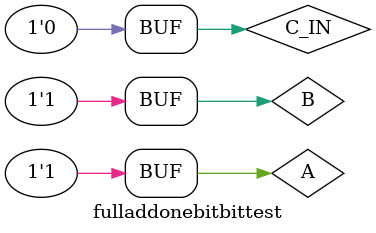
<source format=v>
module fulladdonebitbittest;
// Set up variables
reg A, B;
reg C_IN;
wire SUM;
wire C_OUT;
// Instantiate the 4-bit full adder. call it FA1_4
fulladd FA1(SUM, C_OUT, A, B, C_IN);
// Set up the monitoring for the signal values
initial
begin
$monitor($time," A= %b, B=%b, C_IN= %b, --- C_OUT= %b, SUM= %b\n",A, B, C_IN, C_OUT, SUM);
end
// Stimulate inputs
initial
begin
#10 A = 1'b0; B = 1'b0; C_IN = 1'b0;
#10 A = 1'b0; B = 1'b1;
#100 A = 1'b1; B = 4'd0;
#100 A = 1'b1; B = 4'b1; C_IN = 1'b0;

end
endmodule
</source>
